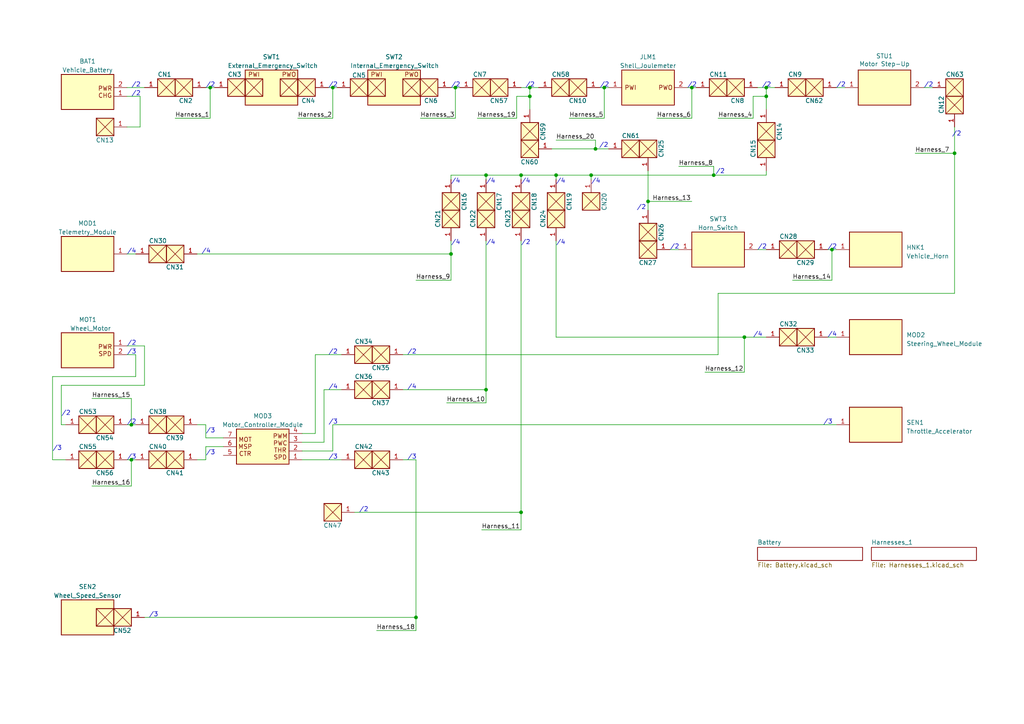
<source format=kicad_sch>
(kicad_sch (version 20250114) (generator "eeschema") (generator_version "9.0")
  (paper "A4")
  (title_block (title "Electrical Diagram - EcoMaua 2024 - Carbonasso") (date "2024-07-11") (rev "V1.0.0") (company "Instituto Mauá de Tecnologia"))
  (lib_symbols
    (symbol "EletricalDiagram_Eco2024:Emergency_Switch" (pin_names (offset 1.016) (hide yes))
      (property "Reference" "SWT" (at 0 6.35 0))
      (property "Value" "Emergency_Switch" (at 0 -6.35 0))
      (symbol "Emergency_Switch_0_1"
        (polyline (pts (xy -7.62 2.54) (xy -2.54 -2.54)))
        (polyline (pts (xy -2.54 2.54) (xy -7.62 -2.54)))
        (polyline (pts (xy 2.54 2.54) (xy 7.62 -2.54)))
        (polyline (pts (xy 7.62 2.54) (xy 2.54 -2.54)))
      )
      (symbol "Emergency_Switch_1_0"
        (text "PWI" (at -5.08 3.81 0) (effects (font (size 1.27 1.27))))
        (text "PWO" (at 5.08 3.81 0) (effects (font (size 1.27 1.27))))
      )
      (symbol "Emergency_Switch_1_1"
        (rectangle (start -7.62 5.08) (end 7.62 -5.08) (stroke (width 0.254)) (fill (type background)))
        (rectangle (start -7.62 2.54) (end -2.54 -2.54) (stroke (width 0.254)) (fill (type background)))
        (rectangle (start 2.54 2.54) (end 7.62 -2.54) (stroke (width 0.254)) (fill (type background)))
      )
    )
    (symbol "EletricalDiagram_Eco2024:Horn_Switch" (pin_names (offset 1.016) (hide yes))
      (property "Reference" "SWT" (at 0 6.35 0))
      (property "Value" "Horn_Switch" (at 0 -6.35 0))
      (symbol "Horn_Switch_1_1"
        (rectangle (start -7.62 5.08) (end 7.62 -5.08) (stroke (width 0.254)) (fill (type background)))
        (pin passive line (at -11.43 0 0) (length 3.81) (name "Pin_1") (number "1"))
        (pin passive line (at 11.43 0 180) (length 3.81) (name "Pin_2") (number "2"))
      )
    )
    (symbol "EletricalDiagram_Eco2024:Motor_Controller_Module" (pin_names (offset 1.016) (hide yes))
      (property "Reference" "MOD" (at 0 6.35 0))
      (property "Value" "Motor_Controller_Module" (at 0 -6.35 0))
      (symbol "Motor_Controller_Module_1_0"
        (text "MOT\nMSP\nCTR" (at 5.08 0 0) (effects (font (size 1.27 1.27))))
      )
      (symbol "Motor_Controller_Module_1_1"
        (rectangle (start -7.62 5.08) (end 7.62 -5.08) (stroke (width 0.254)) (fill (type background)))
        (text "PWM\nPWC\nTHR\nSPD" (at -5.08 0 0) (effects (font (size 1.27 1.27))))
        (pin passive line (at -11.43 3.81 0) (length 3.81) (name "Pin_1") (number "1"))
        (pin passive line (at -11.43 1.27 0) (length 3.81) (name "Pin_2") (number "2"))
        (pin passive line (at -11.43 -1.27 0) (length 3.81) (name "Pin_3") (number "3"))
        (pin passive line (at -11.43 -3.81 0) (length 3.81) (name "Pin_4") (number "4"))
        (pin passive line (at 11.43 2.54 180) (length 3.81) (name "Pin_5") (number "5"))
        (pin passive line (at 11.43 0 180) (length 3.81) (name "Pin_6") (number "6"))
        (pin passive line (at 11.43 -2.54 180) (length 3.81) (name "Pin_7") (number "7"))
      )
    )
    (symbol "EletricalDiagram_Eco2024:Shell_Joulemeter" (pin_names (offset 1.016) (hide yes))
      (property "Reference" "JLM" (at 0 6.35 0))
      (property "Value" "Shell_Joulemeter" (at 0 -6.35 0))
      (symbol "Shell_Joulemeter_1_0"
        (text "PWO" (at 5.08 0 0) (effects (font (size 1.27 1.27))))
      )
      (symbol "Shell_Joulemeter_1_1"
        (rectangle (start -7.62 5.08) (end 7.62 -5.08) (stroke (width 0.254)) (fill (type background)))
        (text "PWI" (at -5.08 0 0) (effects (font (size 1.27 1.27))))
        (pin passive line (at -11.43 0 0) (length 3.81) (name "Pin_1") (number "1"))
        (pin passive line (at 11.43 0 180) (length 3.81) (name "Pin_2") (number "2"))
      )
    )
    (symbol "EletricalDiagram_Eco2024:Steering_Wheel_Module" (pin_names (offset 1.016) (hide yes))
      (property "Reference" "MOD" (at 0 6.35 0))
      (property "Value" "Steering_Wheel_Module" (at 0 -6.35 0))
      (symbol "Steering_Wheel_Module_1_1"
        (rectangle (start -7.62 5.08) (end 7.62 -5.08) (stroke (width 0.254)) (fill (type background)))
        (pin passive line (at -11.43 0 0) (length 3.81) (name "Pin_1") (number "1"))
      )
    )
    (symbol "EletricalDiagram_Eco2024:Telemetry_Module" (pin_names (offset 1.016) (hide yes))
      (property "Reference" "MOD" (at 0 6.35 0))
      (property "Value" "Telemetry_Module" (at 0 -6.35 0))
      (symbol "Telemetry_Module_1_1"
        (rectangle (start -7.62 5.08) (end 7.62 -5.08) (stroke (width 0.254)) (fill (type background)))
        (pin passive line (at -11.43 0 0) (length 3.81) (name "Pin_1") (number "1"))
      )
    )
    (symbol "EletricalDiagram_Eco2024:Throttle_Accelerator" (pin_names (offset 1.016) (hide yes))
      (property "Reference" "SEN" (at 0 6.35 0))
      (property "Value" "Throttle_Accelerator" (at 0 -6.35 0))
      (symbol "Throttle_Accelerator_1_1"
        (rectangle (start -7.62 5.08) (end 7.62 -5.08) (stroke (width 0.254)) (fill (type background)))
        (pin passive line (at -11.43 0 0) (length 3.81) (name "Pin_1") (number "1"))
      )
    )
    (symbol "EletricalDiagram_Eco2024:Vehicle_Battery" (pin_names (offset 1.016) (hide yes))
      (property "Reference" "BAT" (at 0 6.35 0))
      (property "Value" "Vehicle_Battery" (at 0 -6.35 0))
      (symbol "Vehicle_Battery_1_1"
        (rectangle (start -7.62 5.08) (end 7.62 -5.08) (stroke (width 0.254)) (fill (type background)))
        (text "PWR\nCHG" (at -5.08 0 0) (effects (font (size 1.27 1.27))))
        (pin passive line (at -11.43 1.27 0) (length 3.81) (name "Pin_1") (number "1"))
        (pin passive line (at -11.43 -1.27 0) (length 3.81) (name "Pin_2") (number "2"))
      )
    )
    (symbol "EletricalDiagram_Eco2024:Vehicle_Horn" (pin_names (offset 1.016) (hide yes))
      (property "Reference" "HNK" (at 0 6.35 0))
      (property "Value" "Vehicle_Horn" (at 0 -6.35 0))
      (symbol "Vehicle_Horn_1_1"
        (rectangle (start -7.62 5.08) (end 7.62 -5.08) (stroke (width 0.254)) (fill (type background)))
        (pin passive line (at -11.43 0 0) (length 3.81) (name "Pin_1") (number "1"))
      )
    )
    (symbol "EletricalDiagram_Eco2024:Wheel_Motor" (pin_names (offset 1.016) (hide yes))
      (property "Reference" "MOT" (at 0 6.35 0))
      (property "Value" "Wheel_Motor" (at 0 -6.35 0))
      (symbol "Wheel_Motor_1_1"
        (rectangle (start -7.62 5.08) (end 7.62 -5.08) (stroke (width 0.254)) (fill (type background)))
        (text "PWR\nSPD" (at -5.08 0 0) (effects (font (size 1.27 1.27))))
        (pin passive line (at -11.43 1.27 0) (length 3.81) (name "Pin_1") (number "1"))
        (pin passive line (at -11.43 -1.27 0) (length 3.81) (name "Pin_2") (number "2"))
      )
    )
    (symbol "EletricalDiagram_Eco2024:Wheel_Speed_Sensor" (pin_names (offset 1.016) (hide yes))
      (property "Reference" "SEN" (at 0 6.35 0))
      (property "Value" "Wheel_Speed_Sensor" (at 0 -6.35 0))
      (symbol "Wheel_Speed_Sensor_0_1"
        (polyline (pts (xy -7.62 2.54) (xy -2.54 -2.54)))
        (polyline (pts (xy -2.54 2.54) (xy -7.62 -2.54)))
      )
      (symbol "Wheel_Speed_Sensor_1_1"
        (rectangle (start -7.62 5.08) (end 7.62 -5.08) (stroke (width 0.254)) (fill (type background)))
        (rectangle (start -7.62 2.54) (end -2.54 -2.54) (stroke (width 0.254)) (fill (type background)))
      )
    )
    (symbol "Eletrical_Diagram:Connector_Single" (pin_names (offset 1.016) (hide yes))
      (property "Reference" "CN" (at 0 3.81 0))
      (property "Value" "Connector_Single" (at 0 -3.81 0))
      (symbol "Connector_Single_0_1"
        (polyline (pts (xy -2.54 2.54) (xy 2.54 -2.54)))
        (polyline (pts (xy 2.54 2.54) (xy -2.54 -2.54)))
      )
      (symbol "Connector_Single_1_1"
        (rectangle (start -2.54 2.54) (end 2.54 -2.54) (stroke (width 0.254)) (fill (type background)))
        (pin passive line (at -6.35 0 0) (length 3.81) (name "Pin_1") (number "1"))
      )
    )
  )
  (text "/4" (at 240.03 97.79 0) (effects (font (size 1.27 1.27)) (justify left bottom)))
  (text "/4" (at 161.29 71.12 0) (effects (font (size 1.27 1.27)) (justify left bottom)))
  (text "/2" (at 199.39 25.4 0) (effects (font (size 1.27 1.27)) (justify left bottom)))
  (text "/4" (at 58.42 73.66 0) (effects (font (size 1.27 1.27)) (justify left bottom)))
  (text "/4" (at 171.45 53.34 0) (effects (font (size 1.27 1.27)) (justify left bottom)))
  (text "/2" (at 267.97 25.4 0) (effects (font (size 1.27 1.27)) (justify left bottom)))
  (text "/2" (at 118.11 102.87 0) (effects (font (size 1.27 1.27)) (justify left bottom)))
  (text "/2" (at 95.25 25.4 0) (effects (font (size 1.27 1.27)) (justify left bottom)))
  (text "/2" (at 220.98 25.4 0) (effects (font (size 1.27 1.27)) (justify left bottom)))
  (text "/2" (at 173.99 25.4 0) (effects (font (size 1.27 1.27)) (justify left bottom)))
  (text "/4" (at 36.83 73.66 0) (effects (font (size 1.27 1.27)) (justify left bottom)))
  (text "/2" (at 36.83 123.19 0) (effects (font (size 1.27 1.27)) (justify left bottom)))
  (text "/2" (at 59.69 25.4 0) (effects (font (size 1.27 1.27)) (justify left bottom)))
  (text "/2" (at 151.13 71.12 0) (effects (font (size 1.27 1.27)) (justify left bottom)))
  (text "/3" (at 36.83 102.87 0) (effects (font (size 1.27 1.27)) (justify left bottom)))
  (text "/2" (at 184.658 60.96 0) (effects (font (size 1.27 1.27)) (justify left bottom)))
  (text "/3" (at 95.25 133.35 0) (effects (font (size 1.27 1.27)) (justify left bottom)))
  (text "/3" (at 36.83 133.35 0) (effects (font (size 1.27 1.27)) (justify left bottom)))
  (text "/2" (at 240.03 72.39 0) (effects (font (size 1.27 1.27)) (justify left bottom)))
  (text "/4" (at 140.97 53.34 0) (effects (font (size 1.27 1.27)) (justify left bottom)))
  (text "/3" (at 15.24 130.81 0) (effects (font (size 1.27 1.27)) (justify left bottom)))
  (text "/3" (at 59.69 132.08 0) (effects (font (size 1.27 1.27)) (justify left bottom)))
  (text "/4" (at 95.25 113.03 0) (effects (font (size 1.27 1.27)) (justify left bottom)))
  (text "/4" (at 218.44 97.79 0) (effects (font (size 1.27 1.27)) (justify left bottom)))
  (text "/2" (at 152.4 25.4 0) (effects (font (size 1.27 1.27)) (justify left bottom)))
  (text "/2" (at 36.83 100.33 0) (effects (font (size 1.27 1.27)) (justify left bottom)))
  (text "/4" (at 161.29 53.34 0) (effects (font (size 1.27 1.27)) (justify left bottom)))
  (text "/2" (at 38.1 25.4 0) (effects (font (size 1.27 1.27)) (justify left bottom)))
  (text "/2" (at 95.25 102.87 0) (effects (font (size 1.27 1.27)) (justify left bottom)))
  (text "/2" (at 207.518 50.546 0) (effects (font (size 1.27 1.27)) (justify left bottom)))
  (text "/2" (at 173.736 42.926 0) (effects (font (size 1.27 1.27)) (justify left bottom)))
  (text "/4" (at 151.13 53.34 0) (effects (font (size 1.27 1.27)) (justify left bottom)))
  (text "/2" (at 104.14 148.59 0) (effects (font (size 1.27 1.27)) (justify left bottom)))
  (text "/3" (at 59.69 125.73 0) (effects (font (size 1.27 1.27)) (justify left bottom)))
  (text "/4" (at 140.97 71.12 0) (effects (font (size 1.27 1.27)) (justify left bottom)))
  (text "/2" (at 276.098 39.624 0) (effects (font (size 1.27 1.27)) (justify left bottom)))
  (text "/3" (at 238.76 123.19 0) (effects (font (size 1.27 1.27)) (justify left bottom)))
  (text "/4" (at 130.81 53.34 0) (effects (font (size 1.27 1.27)) (justify left bottom)))
  (text "/2" (at 17.78 120.65 0) (effects (font (size 1.27 1.27)) (justify left bottom)))
  (text "/2" (at 38.1 27.94 0) (effects (font (size 1.27 1.27)) (justify left bottom)))
  (text "/2" (at 219.71 72.39 0) (effects (font (size 1.27 1.27)) (justify left bottom)))
  (text "/4" (at 130.81 71.12 0) (effects (font (size 1.27 1.27)) (justify left bottom)))
  (text "/4" (at 118.11 113.03 0) (effects (font (size 1.27 1.27)) (justify left bottom)))
  (text "/3" (at 43.18 179.07 0) (effects (font (size 1.27 1.27)) (justify left bottom)))
  (text "/3" (at 95.25 123.19 0) (effects (font (size 1.27 1.27)) (justify left bottom)))
  (text "/2" (at 130.81 25.4 0) (effects (font (size 1.27 1.27)) (justify left bottom)))
  (text "/2" (at 194.31 72.39 0) (effects (font (size 1.27 1.27)) (justify left bottom)))
  (text "/2" (at 242.57 25.4 0) (effects (font (size 1.27 1.27)) (justify left bottom)))
  (text "/3" (at 118.11 133.35 0) (effects (font (size 1.27 1.27)) (justify left bottom)))
  (junction (at 207.01 50.8))
  (junction (at 153.67 25.4))
  (junction (at 200.66 25.4))
  (junction (at 151.13 148.59))
  (junction (at 96.52 25.4))
  (junction (at 120.65 179.07))
  (junction (at 140.97 50.8))
  (junction (at 153.67 27.94))
  (junction (at 130.81 73.66))
  (junction (at 38.1 133.35))
  (junction (at 222.25 25.4))
  (junction (at 161.29 50.8))
  (junction (at 172.72 43.18))
  (junction (at 222.25 27.94))
  (junction (at 38.1 123.19))
  (junction (at 140.97 113.03))
  (junction (at 276.86 44.45))
  (junction (at 60.96 25.4))
  (junction (at 175.26 25.4))
  (junction (at 132.08 25.4))
  (junction (at 151.13 50.8))
  (junction (at 187.96 58.42))
  (junction (at 171.45 50.8))
  (junction (at 241.3 72.39))
  (junction (at 215.9 97.79))
  (wire (pts (xy 160.02 43.18) (xy 172.72 43.18)))
  (wire (pts (xy 93.98 128.27) (xy 93.98 113.03)))
  (wire (pts (xy 86.36 34.29) (xy 96.52 34.29)))
  (wire (pts (xy 96.52 123.19) (xy 96.52 130.81)))
  (wire (pts (xy 87.63 133.35) (xy 99.06 133.35)))
  (wire (pts (xy 38.1 133.35) (xy 39.37 133.35)))
  (wire (pts (xy 140.97 116.84) (xy 140.97 113.03)))
  (wire (pts (xy 207.01 48.26) (xy 207.01 50.8)))
  (wire (pts (xy 151.13 148.59) (xy 151.13 69.85)))
  (wire (pts (xy 229.87 81.28) (xy 241.3 81.28)))
  (wire (pts (xy 36.83 27.94) (xy 40.64 27.94)))
  (wire (pts (xy 149.86 27.94) (xy 153.67 27.94)))
  (wire (pts (xy 39.37 109.22) (xy 15.24 109.22)))
  (wire (pts (xy 38.1 115.57) (xy 38.1 123.19)))
  (wire (pts (xy 151.13 50.8) (xy 151.13 52.07)))
  (wire (pts (xy 38.1 133.35) (xy 38.1 140.97)))
  (wire (pts (xy 151.13 25.4) (xy 153.67 25.4)))
  (wire (pts (xy 138.43 34.29) (xy 149.86 34.29)))
  (wire (pts (xy 130.81 73.66) (xy 130.81 81.28)))
  (wire (pts (xy 161.29 50.8) (xy 171.45 50.8)))
  (wire (pts (xy 222.25 27.94) (xy 222.25 31.75)))
  (wire (pts (xy 199.39 25.4) (xy 200.66 25.4)))
  (wire (pts (xy 116.84 102.87) (xy 208.28 102.87)))
  (wire (pts (xy 38.1 123.19) (xy 39.37 123.19)))
  (wire (pts (xy 96.52 34.29) (xy 96.52 25.4)))
  (wire (pts (xy 91.44 102.87) (xy 99.06 102.87)))
  (wire (pts (xy 130.81 73.66) (xy 130.81 69.85)))
  (wire (pts (xy 132.08 34.29) (xy 132.08 25.4)))
  (wire (pts (xy 215.9 97.79) (xy 161.29 97.79)))
  (wire (pts (xy 240.03 72.39) (xy 241.3 72.39)))
  (wire (pts (xy 153.67 25.4) (xy 156.21 25.4)))
  (wire (pts (xy 96.52 123.19) (xy 242.57 123.19)))
  (wire (pts (xy 60.96 34.29) (xy 60.96 25.4)))
  (wire (pts (xy 91.44 125.73) (xy 91.44 102.87)))
  (wire (pts (xy 204.47 107.95) (xy 215.9 107.95)))
  (wire (pts (xy 171.45 50.8) (xy 207.01 50.8)))
  (wire (pts (xy 36.83 73.66) (xy 39.37 73.66)))
  (wire (pts (xy 140.97 50.8) (xy 140.97 52.07)))
  (wire (pts (xy 102.87 148.59) (xy 151.13 148.59)))
  (wire (pts (xy 36.83 123.19) (xy 38.1 123.19)))
  (wire (pts (xy 109.22 182.88) (xy 120.65 182.88)))
  (wire (pts (xy 130.81 52.07) (xy 130.81 50.8)))
  (wire (pts (xy 60.96 25.4) (xy 62.23 25.4)))
  (wire (pts (xy 208.28 102.87) (xy 208.28 85.09)))
  (wire (pts (xy 265.43 44.45) (xy 276.86 44.45)))
  (wire (pts (xy 161.29 40.64) (xy 172.72 40.64)))
  (wire (pts (xy 120.65 133.35) (xy 116.84 133.35)))
  (wire (pts (xy 218.44 34.29) (xy 218.44 27.94)))
  (wire (pts (xy 64.77 129.54) (xy 59.69 129.54)))
  (wire (pts (xy 64.77 127) (xy 59.69 127)))
  (wire (pts (xy 171.45 52.07) (xy 171.45 50.8)))
  (wire (pts (xy 190.5 34.29) (xy 200.66 34.29)))
  (wire (pts (xy 161.29 50.8) (xy 161.29 52.07)))
  (wire (pts (xy 172.72 43.18) (xy 176.53 43.18)))
  (wire (pts (xy 222.25 25.4) (xy 224.79 25.4)))
  (wire (pts (xy 130.81 25.4) (xy 132.08 25.4)))
  (wire (pts (xy 59.69 127) (xy 59.69 123.19)))
  (wire (pts (xy 36.83 102.87) (xy 39.37 102.87)))
  (wire (pts (xy 200.66 34.29) (xy 200.66 25.4)))
  (wire (pts (xy 17.78 123.19) (xy 19.05 123.19)))
  (wire (pts (xy 218.44 27.94) (xy 222.25 27.94)))
  (wire (pts (xy 267.97 25.4) (xy 270.51 25.4)))
  (wire (pts (xy 36.83 25.4) (xy 41.91 25.4)))
  (wire (pts (xy 151.13 153.67) (xy 151.13 148.59)))
  (wire (pts (xy 215.9 107.95) (xy 215.9 97.79)))
  (wire (pts (xy 276.86 36.83) (xy 276.86 44.45)))
  (wire (pts (xy 130.81 50.8) (xy 140.97 50.8)))
  (wire (pts (xy 175.26 34.29) (xy 175.26 25.4)))
  (wire (pts (xy 17.78 111.76) (xy 17.78 123.19)))
  (wire (pts (xy 139.7 153.67) (xy 151.13 153.67)))
  (wire (pts (xy 222.25 25.4) (xy 222.25 27.94)))
  (wire (pts (xy 19.05 133.35) (xy 15.24 133.35)))
  (wire (pts (xy 151.13 50.8) (xy 161.29 50.8)))
  (wire (pts (xy 200.66 25.4) (xy 201.93 25.4)))
  (wire (pts (xy 241.3 81.28) (xy 241.3 72.39)))
  (wire (pts (xy 26.67 115.57) (xy 38.1 115.57)))
  (wire (pts (xy 222.25 97.79) (xy 215.9 97.79)))
  (wire (pts (xy 40.64 27.94) (xy 40.64 36.83)))
  (wire (pts (xy 140.97 69.85) (xy 140.97 113.03)))
  (wire (pts (xy 187.96 58.42) (xy 200.66 58.42)))
  (wire (pts (xy 93.98 113.03) (xy 99.06 113.03)))
  (wire (pts (xy 41.91 100.33) (xy 36.83 100.33)))
  (wire (pts (xy 241.3 72.39) (xy 242.57 72.39)))
  (wire (pts (xy 165.1 34.29) (xy 175.26 34.29)))
  (wire (pts (xy 207.01 48.26) (xy 196.85 48.26)))
  (wire (pts (xy 175.26 25.4) (xy 176.53 25.4)))
  (wire (pts (xy 208.28 34.29) (xy 218.44 34.29)))
  (wire (pts (xy 26.67 140.97) (xy 38.1 140.97)))
  (wire (pts (xy 59.69 123.19) (xy 57.15 123.19)))
  (wire (pts (xy 96.52 130.81) (xy 87.63 130.81)))
  (wire (pts (xy 153.67 25.4) (xy 153.67 27.94)))
  (wire (pts (xy 219.71 25.4) (xy 222.25 25.4)))
  (wire (pts (xy 59.69 129.54) (xy 59.69 133.35)))
  (wire (pts (xy 173.99 25.4) (xy 175.26 25.4)))
  (wire (pts (xy 36.83 133.35) (xy 38.1 133.35)))
  (wire (pts (xy 276.86 44.45) (xy 276.86 85.09)))
  (wire (pts (xy 57.15 73.66) (xy 130.81 73.66)))
  (wire (pts (xy 194.31 72.39) (xy 196.85 72.39)))
  (wire (pts (xy 87.63 128.27) (xy 93.98 128.27)))
  (wire (pts (xy 129.54 116.84) (xy 140.97 116.84)))
  (wire (pts (xy 240.03 97.79) (xy 242.57 97.79)))
  (wire (pts (xy 96.52 25.4) (xy 97.79 25.4)))
  (wire (pts (xy 50.8 34.29) (xy 60.96 34.29)))
  (wire (pts (xy 161.29 97.79) (xy 161.29 69.85)))
  (wire (pts (xy 132.08 25.4) (xy 133.35 25.4)))
  (wire (pts (xy 40.64 36.83) (xy 36.83 36.83)))
  (wire (pts (xy 242.57 25.4) (xy 245.11 25.4)))
  (wire (pts (xy 140.97 50.8) (xy 151.13 50.8)))
  (wire (pts (xy 208.28 85.09) (xy 276.86 85.09)))
  (wire (pts (xy 153.67 27.94) (xy 153.67 31.75)))
  (wire (pts (xy 39.37 102.87) (xy 39.37 109.22)))
  (wire (pts (xy 222.25 50.8) (xy 222.25 49.53)))
  (wire (pts (xy 59.69 133.35) (xy 57.15 133.35)))
  (wire (pts (xy 15.24 109.22) (xy 15.24 133.35)))
  (wire (pts (xy 120.65 179.07) (xy 120.65 133.35)))
  (wire (pts (xy 187.96 58.42) (xy 187.96 49.53)))
  (wire (pts (xy 120.65 81.28) (xy 130.81 81.28)))
  (wire (pts (xy 95.25 25.4) (xy 96.52 25.4)))
  (wire (pts (xy 120.65 182.88) (xy 120.65 179.07)))
  (wire (pts (xy 121.92 34.29) (xy 132.08 34.29)))
  (wire (pts (xy 149.86 27.94) (xy 149.86 34.29)))
  (wire (pts (xy 187.96 60.96) (xy 187.96 58.42)))
  (wire (pts (xy 41.91 179.07) (xy 120.65 179.07)))
  (wire (pts (xy 17.78 111.76) (xy 41.91 111.76)))
  (wire (pts (xy 59.69 25.4) (xy 60.96 25.4)))
  (wire (pts (xy 41.91 111.76) (xy 41.91 100.33)))
  (wire (pts (xy 87.63 125.73) (xy 91.44 125.73)))
  (wire (pts (xy 219.71 72.39) (xy 222.25 72.39)))
  (wire (pts (xy 116.84 113.03) (xy 140.97 113.03)))
  (wire (pts (xy 222.25 50.8) (xy 207.01 50.8)))
  (wire (pts (xy 172.72 40.64) (xy 172.72 43.18)))
  (label "Harness_15" (at 26.67 115.57 0))
  (label "Harness_12" (at 204.47 107.95 0))
  (label "Harness_13" (at 189.23 58.42 0))
  (label "Harness_7" (at 265.43 44.45 0))
  (label "Harness_9" (at 120.65 81.28 0))
  (label "Harness_4" (at 208.28 34.29 0))
  (label "Harness_5" (at 165.1 34.29 0))
  (label "Harness_2" (at 86.36 34.29 0))
  (label "Harness_20" (at 161.29 40.64 0))
  (label "Harness_18" (at 109.22 182.88 0))
  (label "Harness_1" (at 50.8 34.29 0))
  (label "Harness_19" (at 138.43 34.29 0))
  (label "Harness_10" (at 129.54 116.84 0))
  (label "Harness_14" (at 229.87 81.28 0))
  (label "Harness_11" (at 139.7 153.67 0))
  (label "Harness_8" (at 196.85 48.26 0))
  (label "Harness_3" (at 121.92 34.29 0))
  (label "Harness_16" (at 26.67 140.97 0))
  (label "Harness_6" (at 190.5 34.29 0))
  (symbol (lib_id "Eletrical_Diagram:Connector_Single") (at 151.13 63.5 90) (unit 1)
    (property "Reference" "CN23" (at 147.32 66.04 0) (effects (justify left)))
    (property "Value" "Connector_Single" (effects (hide yes)))
  )
  (symbol (lib_id "Eletrical_Diagram:Connector_Single") (at 88.9 25.4 180) (unit 1)
    (property "Reference" "CN4" (at 91.44 29.21 0) (effects (justify left)))
    (property "Value" "Connector_Single" (effects (hide yes)))
  )
  (symbol (lib_id "EletricalDiagram_Eco2024:Shell_Joulemeter") (at 187.96 25.4 0) (unit 1)
    (property "Reference" "JLM1" (at 187.96 16.51 0))
    (property "Value" "Shell_Joulemeter" (at 187.96 19.05 0))
  )
  (symbol (lib_id "Eletrical_Diagram:Connector_Single") (at 236.22 25.4 180) (unit 1)
    (property "Reference" "CN62" (at 238.76 29.21 0) (effects (justify left)))
    (property "Value" "Connector_Single" (effects (hide yes)))
  )
  (symbol (lib_id "Eletrical_Diagram:Connector_Single") (at 187.96 67.31 270) (unit 1)
    (property "Reference" "CN26" (at 191.77 64.77 0) (effects (justify left)))
    (property "Value" "Connector_Single" (effects (hide yes)))
  )
  (symbol (lib_id "Eletrical_Diagram:Connector_Single") (at 68.58 25.4 0) (unit 1)
    (property "Reference" "CN3" (at 66.04 21.59 0) (effects (justify left)))
    (property "Value" "Connector_Single" (effects (hide yes)))
  )
  (symbol (lib_id "Eletrical_Diagram:Connector_Single") (at 30.48 133.35 180) (unit 1)
    (property "Reference" "CN56" (at 33.02 137.16 0) (effects (justify left)))
    (property "Value" "Connector_Single" (effects (hide yes)))
  )
  (symbol (lib_id "Eletrical_Diagram:Connector_Single") (at 144.78 25.4 180) (unit 1)
    (property "Reference" "CN57" (at 147.32 29.21 0) (effects (justify left)))
    (property "Value" "Connector_Single" (effects (hide yes)))
  )
  (symbol (lib_id "Eletrical_Diagram:Connector_Single") (at 233.68 97.79 180) (unit 1)
    (property "Reference" "CN33" (at 236.22 101.6 0) (effects (justify left)))
    (property "Value" "Connector_Single" (effects (hide yes)))
  )
  (symbol (lib_id "Eletrical_Diagram:Connector_Single") (at 231.14 25.4 0) (unit 1)
    (property "Reference" "CN9" (at 228.6 21.59 0) (effects (justify left)))
    (property "Value" "Connector_Single" (effects (hide yes)))
  )
  (symbol (lib_id "Eletrical_Diagram:Connector_Single") (at 162.56 25.4 0) (unit 1)
    (property "Reference" "CN58" (at 160.02 21.59 0) (effects (justify left)))
    (property "Value" "Connector_Single" (effects (hide yes)))
  )
  (symbol (lib_id "Eletrical_Diagram:Connector_Single") (at 105.41 102.87 0) (unit 1)
    (property "Reference" "CN34" (at 102.87 99.06 0) (effects (justify left)))
    (property "Value" "Connector_Single" (effects (hide yes)))
  )
  (symbol (lib_id "Eletrical_Diagram:Connector_Single") (at 161.29 58.42 270) (unit 1)
    (property "Reference" "CN19" (at 165.1 55.88 0) (effects (justify left)))
    (property "Value" "Connector_Single" (effects (hide yes)))
  )
  (symbol (lib_id "Eletrical_Diagram:Connector_Single") (at 153.67 43.18 180) (unit 1)
    (property "Reference" "CN60" (at 156.21 46.99 0) (effects (justify left)))
    (property "Value" "Connector_Single" (effects (hide yes)))
  )
  (symbol (lib_id "Eletrical_Diagram:Connector_Single") (at 104.14 25.4 0) (unit 1)
    (property "Reference" "CN5" (at 102.108 21.844 0) (effects (justify left)))
    (property "Value" "Connector_Single" (effects (hide yes)))
  )
  (symbol (lib_id "EletricalDiagram_Eco2024:Emergency_Switch") (at 78.74 25.4 0) (unit 1)
    (property "Reference" "SWT1" (at 76.2 16.51 0) (effects (justify left)))
    (property "Value" "External_Emergency_Switch" (at 66.04 19.05 0) (effects (justify left)))
  )
  (symbol (lib_id "Eletrical_Diagram:Connector_Single") (at 187.96 72.39 180) (unit 1)
    (property "Reference" "CN27" (at 190.5 76.2 0) (effects (justify left)))
    (property "Value" "Connector_Single" (effects (hide yes)))
  )
  (symbol (lib_id "Eletrical_Diagram:Connector_Single") (at 35.56 179.07 180) (unit 1)
    (property "Reference" "CN52" (at 38.1 182.88 0) (effects (justify left)))
    (property "Value" "Connector_Single" (effects (hide yes)))
  )
  (symbol (lib_id "Eletrical_Diagram:Connector_Single") (at 151.13 58.42 270) (unit 1)
    (property "Reference" "CN18" (at 154.94 55.88 0) (effects (justify left)))
    (property "Value" "Connector_Single" (effects (hide yes)))
  )
  (symbol (lib_id "Eletrical_Diagram:Connector_Single") (at 140.97 63.5 90) (unit 1)
    (property "Reference" "CN22" (at 137.16 66.04 0) (effects (justify left)))
    (property "Value" "Connector_Single" (effects (hide yes)))
  )
  (symbol (lib_id "Eletrical_Diagram:Connector_Single") (at 105.41 133.35 0) (unit 1)
    (property "Reference" "CN42" (at 102.87 129.54 0) (effects (justify left)))
    (property "Value" "Connector_Single" (effects (hide yes)))
  )
  (symbol (lib_id "Eletrical_Diagram:Connector_Single") (at 213.36 25.4 180) (unit 1)
    (property "Reference" "CN8" (at 215.9 29.21 0) (effects (justify left)))
    (property "Value" "Connector_Single" (effects (hide yes)))
  )
  (symbol (lib_id "Eletrical_Diagram:Connector_Single") (at 30.48 123.19 180) (unit 1)
    (property "Reference" "CN54" (at 33.02 127 0) (effects (justify left)))
    (property "Value" "Connector_Single" (effects (hide yes)))
  )
  (symbol (lib_id "Eletrical_Diagram:Connector_Single") (at 45.72 133.35 0) (unit 1)
    (property "Reference" "CN40" (at 43.18 129.54 0) (effects (justify left)))
    (property "Value" "Connector_Single" (effects (hide yes)))
  )
  (symbol (lib_id "Eletrical_Diagram:Connector_Single") (at 153.67 38.1 270) (unit 1)
    (property "Reference" "CN59" (at 157.48 35.56 0) (effects (justify left)))
    (property "Value" "Connector_Single" (effects (hide yes)))
  )
  (symbol (lib_id "Eletrical_Diagram:Connector_Single") (at 130.81 58.42 270) (unit 1)
    (property "Reference" "CN16" (at 134.62 55.88 0) (effects (justify left)))
    (property "Value" "Connector_Single" (effects (hide yes)))
  )
  (symbol (lib_id "Eletrical_Diagram:Connector_Single") (at 110.49 102.87 180) (unit 1)
    (property "Reference" "CN35" (at 113.03 106.68 0) (effects (justify left)))
    (property "Value" "Connector_Single" (effects (hide yes)))
  )
  (symbol (lib_id "Eletrical_Diagram:Connector_Single") (at 187.96 43.18 90) (unit 1)
    (property "Reference" "CN25" (at 191.77 45.72 0) (effects (justify left)))
    (property "Value" "Connector_Single" (effects (hide yes)))
  )
  (symbol (lib_id "EletricalDiagram_Eco2024:Wheel_Speed_Sensor") (at 25.4 179.07 180) (unit 1)
    (property "Reference" "SEN2" (at 25.4 170.18 0))
    (property "Value" "Wheel_Speed_Sensor" (at 25.4 172.72 0))
  )
  (symbol (lib_id "EletricalDiagram_Eco2024:Vehicle_Battery") (at 25.4 26.67 180) (unit 1)
    (property "Reference" "BAT1" (at 25.4 17.78 0))
    (property "Value" "Vehicle_Battery" (at 25.4 20.32 0))
  )
  (symbol (lib_id "Eletrical_Diagram:Connector_Single") (at 110.49 133.35 180) (unit 1)
    (property "Reference" "CN43" (at 113.03 137.16 0) (effects (justify left)))
    (property "Value" "Connector_Single" (effects (hide yes)))
  )
  (symbol (lib_id "Eletrical_Diagram:Connector_Single") (at 222.25 38.1 270) (unit 1)
    (property "Reference" "CN14" (at 226.06 35.56 0) (effects (justify left)))
    (property "Value" "Connector_Single" (effects (hide yes)))
  )
  (symbol (lib_id "Eletrical_Diagram:Connector_Single") (at 233.68 72.39 180) (unit 1)
    (property "Reference" "CN29" (at 236.22 76.2 0) (effects (justify left)))
    (property "Value" "Connector_Single" (effects (hide yes)))
  )
  (symbol (lib_id "Eletrical_Diagram:Connector_Single") (at 161.29 63.5 90) (unit 1)
    (property "Reference" "CN24" (at 157.48 66.04 0) (effects (justify left)))
    (property "Value" "Connector_Single" (effects (hide yes)))
  )
  (symbol (lib_id "Eletrical_Diagram:Connector_Single") (at 110.49 113.03 180) (unit 1)
    (property "Reference" "CN37" (at 113.03 116.84 0) (effects (justify left)))
    (property "Value" "Connector_Single" (effects (hide yes)))
  )
  (symbol (lib_id "Eletrical_Diagram:Connector_Single") (at 171.45 58.42 270) (unit 1)
    (property "Reference" "CN20" (at 175.26 55.88 0) (effects (justify left)))
    (property "Value" "Connector_Single" (effects (hide yes)))
  )
  (symbol (lib_id "Eletrical_Diagram:Connector_Single") (at 53.34 25.4 180) (unit 1)
    (property "Reference" "CN2" (at 55.88 29.21 0) (effects (justify left)))
    (property "Value" "Connector_Single" (effects (hide yes)))
  )
  (symbol (lib_id "EletricalDiagram_Eco2024:Motor_Controller_Module") (at 76.2 129.54 180) (unit 1)
    (property "Reference" "MOD3" (at 76.2 120.65 0))
    (property "Value" "Motor_Controller_Module" (at 76.2 123.19 0))
  )
  (symbol (lib_id "Eletrical_Diagram:Connector_Single") (at 96.52 148.59 180) (unit 1)
    (property "Reference" "CN47" (at 99.06 152.4 0) (effects (justify left)))
    (property "Value" "Connector_Single" (effects (hide yes)))
  )
  (symbol (lib_id "Eletrical_Diagram:Connector_Single") (at 25.4 133.35 0) (unit 1)
    (property "Reference" "CN55" (at 22.86 129.54 0) (effects (justify left)))
    (property "Value" "Connector_Single" (effects (hide yes)))
  )
  (symbol (lib_id "EletricalDiagram_Eco2024:Horn_Switch") (at 256.54 25.4 0) (unit 1)
    (property "Reference" "STU1" (at 256.54 16.256 0))
    (property "Value" "Motor Step-Up" (at 256.54 18.542 0))
  )
  (symbol (lib_id "Eletrical_Diagram:Connector_Single") (at 208.28 25.4 0) (unit 1)
    (property "Reference" "CN11" (at 205.74 21.59 0) (effects (justify left)))
    (property "Value" "Connector_Single" (effects (hide yes)))
  )
  (symbol (lib_id "EletricalDiagram_Eco2024:Emergency_Switch") (at 114.3 25.4 0) (unit 1)
    (property "Reference" "SWT2" (at 111.76 16.51 0) (effects (justify left)))
    (property "Value" "Internal_Emergency_Switch" (at 101.6 19.05 0) (effects (justify left)))
  )
  (symbol (lib_id "EletricalDiagram_Eco2024:Throttle_Accelerator") (at 254 123.19 0) (unit 1)
    (property "Reference" "SEN1" (at 262.89 122.555 0) (effects (justify left)))
    (property "Value" "Throttle_Accelerator" (at 262.89 125.095 0) (effects (justify left)))
  )
  (symbol (lib_id "EletricalDiagram_Eco2024:Steering_Wheel_Module") (at 254 97.79 0) (unit 1)
    (property "Reference" "MOD2" (at 262.89 97.155 0) (effects (justify left)))
    (property "Value" "Steering_Wheel_Module" (at 262.89 99.695 0) (effects (justify left)))
  )
  (symbol (lib_id "Eletrical_Diagram:Connector_Single") (at 167.64 25.4 180) (unit 1)
    (property "Reference" "CN10" (at 170.18 29.21 0) (effects (justify left)))
    (property "Value" "Connector_Single" (effects (hide yes)))
  )
  (symbol (lib_id "Eletrical_Diagram:Connector_Single") (at 45.72 73.66 0) (unit 1)
    (property "Reference" "CN30" (at 43.18 69.85 0) (effects (justify left)))
    (property "Value" "Connector_Single" (effects (hide yes)))
  )
  (symbol (lib_id "Eletrical_Diagram:Connector_Single") (at 30.48 36.83 180) (unit 1)
    (property "Reference" "CN13" (at 33.02 40.64 0) (effects (justify left)))
    (property "Value" "Connector_Single" (effects (hide yes)))
  )
  (symbol (lib_id "Eletrical_Diagram:Connector_Single") (at 124.46 25.4 180) (unit 1)
    (property "Reference" "CN6" (at 127 29.21 0) (effects (justify left)))
    (property "Value" "Connector_Single" (effects (hide yes)))
  )
  (symbol (lib_id "Eletrical_Diagram:Connector_Single") (at 139.7 25.4 0) (unit 1)
    (property "Reference" "CN7" (at 137.16 21.59 0) (effects (justify left)))
    (property "Value" "Connector_Single" (effects (hide yes)))
  )
  (symbol (lib_id "Eletrical_Diagram:Connector_Single") (at 45.72 123.19 0) (unit 1)
    (property "Reference" "CN38" (at 43.18 119.38 0) (effects (justify left)))
    (property "Value" "Connector_Single" (effects (hide yes)))
  )
  (symbol (lib_id "Eletrical_Diagram:Connector_Single") (at 130.81 63.5 90) (unit 1)
    (property "Reference" "CN21" (at 127 66.04 0) (effects (justify left)))
    (property "Value" "Connector_Single" (effects (hide yes)))
  )
  (symbol (lib_id "Eletrical_Diagram:Connector_Single") (at 276.86 30.48 90) (unit 1)
    (property "Reference" "CN12" (at 273.05 33.02 0) (effects (justify left)))
    (property "Value" "Connector_Single" (effects (hide yes)))
  )
  (symbol (lib_id "EletricalDiagram_Eco2024:Wheel_Motor") (at 25.4 101.6 0) (mirror y) (unit 1)
    (property "Reference" "MOT1" (at 22.86 92.71 0) (effects (justify right)))
    (property "Value" "Wheel_Motor" (at 20.32 95.25 0) (effects (justify right)))
  )
  (symbol (lib_id "Eletrical_Diagram:Connector_Single") (at 50.8 73.66 180) (unit 1)
    (property "Reference" "CN31" (at 53.34 77.47 0) (effects (justify left)))
    (property "Value" "Connector_Single" (effects (hide yes)))
  )
  (symbol (lib_id "EletricalDiagram_Eco2024:Horn_Switch") (at 208.28 72.39 0) (unit 1)
    (property "Reference" "SWT3" (at 208.28 63.5 0))
    (property "Value" "Horn_Switch" (at 208.28 66.04 0))
  )
  (symbol (lib_id "EletricalDiagram_Eco2024:Telemetry_Module") (at 25.4 73.66 180) (unit 1)
    (property "Reference" "MOD1" (at 25.4 64.77 0))
    (property "Value" "Telemetry_Module" (at 25.4 67.31 0))
  )
  (symbol (lib_id "Eletrical_Diagram:Connector_Single") (at 50.8 133.35 180) (unit 1)
    (property "Reference" "CN41" (at 53.34 137.16 0) (effects (justify left)))
    (property "Value" "Connector_Single" (effects (hide yes)))
  )
  (symbol (lib_id "Eletrical_Diagram:Connector_Single") (at 182.88 43.18 0) (unit 1)
    (property "Reference" "CN61" (at 180.34 39.37 0) (effects (justify left)))
    (property "Value" "Connector_Single" (effects (hide yes)))
  )
  (symbol (lib_id "Eletrical_Diagram:Connector_Single") (at 48.26 25.4 0) (unit 1)
    (property "Reference" "CN1" (at 45.72 21.59 0) (effects (justify left)))
    (property "Value" "Connector_Single" (effects (hide yes)))
  )
  (symbol (lib_id "Eletrical_Diagram:Connector_Single") (at 105.41 113.03 0) (unit 1)
    (property "Reference" "CN36" (at 102.87 109.22 0) (effects (justify left)))
    (property "Value" "Connector_Single" (effects (hide yes)))
  )
  (symbol (lib_id "Eletrical_Diagram:Connector_Single") (at 228.6 97.79 0) (unit 1)
    (property "Reference" "CN32" (at 226.06 93.98 0) (effects (justify left)))
    (property "Value" "Connector_Single" (effects (hide yes)))
  )
  (symbol (lib_id "EletricalDiagram_Eco2024:Vehicle_Horn") (at 254 72.39 0) (unit 1)
    (property "Reference" "HNK1" (at 262.89 71.755 0) (effects (justify left)))
    (property "Value" "Vehicle_Horn" (at 262.89 74.295 0) (effects (justify left)))
  )
  (symbol (lib_id "Eletrical_Diagram:Connector_Single") (at 25.4 123.19 0) (unit 1)
    (property "Reference" "CN53" (at 22.86 119.38 0) (effects (justify left)))
    (property "Value" "Connector_Single" (effects (hide yes)))
  )
  (symbol (lib_id "Eletrical_Diagram:Connector_Single") (at 276.86 25.4 0) (unit 1)
    (property "Reference" "CN63" (at 274.32 21.59 0) (effects (justify left)))
    (property "Value" "Connector_Single" (effects (hide yes)))
  )
  (symbol (lib_id "Eletrical_Diagram:Connector_Single") (at 228.6 72.39 0) (unit 1)
    (property "Reference" "CN28" (at 226.06 68.58 0) (effects (justify left)))
    (property "Value" "Connector_Single" (effects (hide yes)))
  )
  (symbol (lib_id "Eletrical_Diagram:Connector_Single") (at 140.97 58.42 270) (unit 1)
    (property "Reference" "CN17" (at 144.78 55.88 0) (effects (justify left)))
    (property "Value" "Connector_Single" (effects (hide yes)))
  )
  (symbol (lib_id "Eletrical_Diagram:Connector_Single") (at 222.25 43.18 90) (unit 1)
    (property "Reference" "CN15" (at 218.44 45.72 0) (effects (justify left)))
    (property "Value" "Connector_Single" (effects (hide yes)))
  )
  (symbol (lib_id "Eletrical_Diagram:Connector_Single") (at 50.8 123.19 180) (unit 1)
    (property "Reference" "CN39" (at 53.34 127 0) (effects (justify left)))
    (property "Value" "Connector_Single" (effects (hide yes)))
  )
  (sheet (at 219.71 158.75) (size 30.48 3.81) (stroke (width 0.1524))
    (property "Sheetname" "Battery" (at 219.71 158.0384 0) (effects (justify left bottom)))
    (property "Sheetfile" "Battery.kicad_sch" (at 219.71 163.1446 0) (effects (justify left top)))
  )
  (sheet (at 252.73 158.75) (size 30.48 3.81) (stroke (width 0.1524))
    (property "Sheetname" "Harnesses_1" (at 252.73 158.0384 0) (effects (justify left bottom)))
    (property "Sheetfile" "Harnesses_1.kicad_sch" (at 252.73 163.1446 0) (effects (justify left top)))
  )
)
</source>
